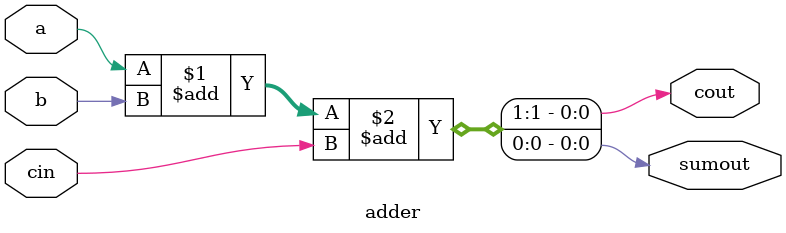
<source format=v>
module adder(a, b, cin, cout, sumout);
	input a, b, cin;
	output cout, sumout;
	
	assign {cout,sumout} = a + b + cin;
endmodule

</source>
